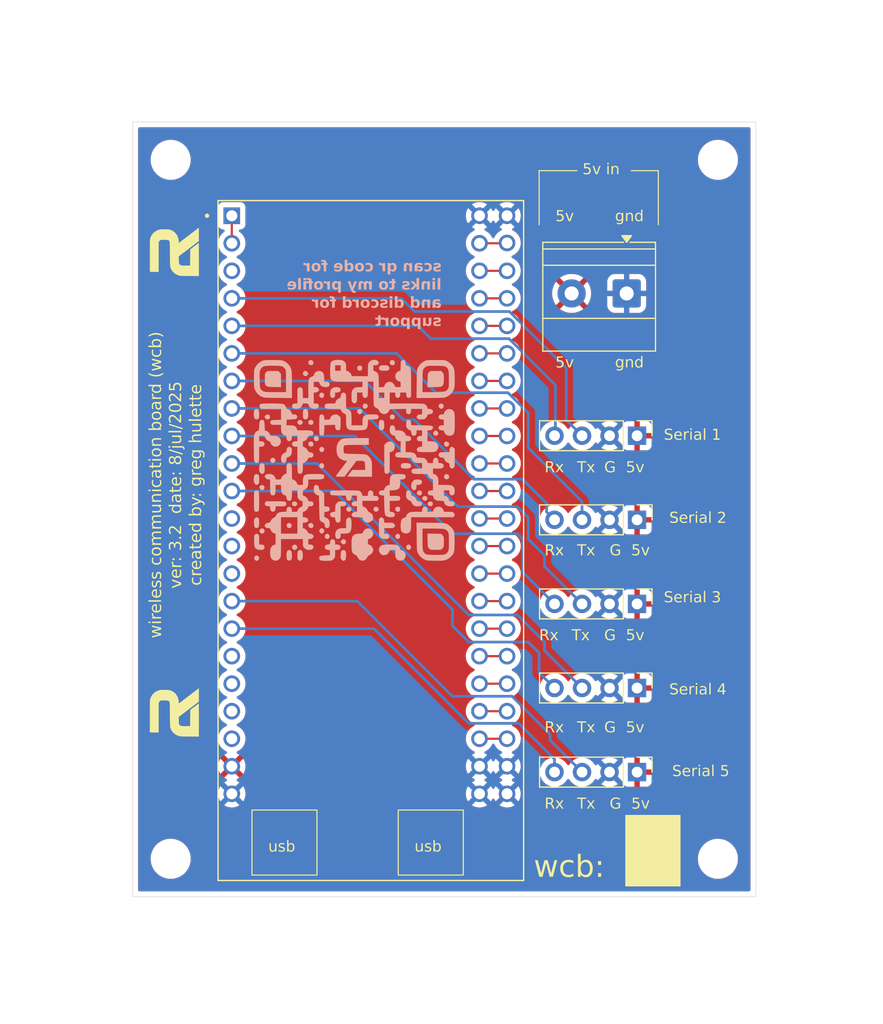
<source format=kicad_pcb>
(kicad_pcb (version 20241229) (generator "pcbnew") (generator_version "9.0")
  (layers (0 "F.Cu" signal) (2 "B.Cu" signal) (13 "F.Paste" user) (15 "B.Paste" user) (5 "F.SilkS" user "F.Silkscreen") (7 "B.SilkS" user "B.Silkscreen") (1 "F.Mask" user) (3 "B.Mask" user) (25 "Edge.Cuts" user))
  (net 0 "")
  (net 1 "S1_TX")
  (net 2 "S1_RX")
  (net 3 "S2_TX")
  (net 4 "S2_RX")
  (net 5 "S3_RX")
  (net 6 "S3_TX")
  (net 7 "S4_RX")
  (net 8 "S4_TX")
  (net 9 "S5_RX")
  (net 10 "S5_TX")
  (net 12 "unconnected-(U1-GPIO21-PadJ3_18)")
  (net 15 "unconnected-(U1-GPIO47-PadJ3_17)")
  (net 16 "unconnected-(U1-MTDO{slash}GPIO40-PadJ3_8)")
  (net 17 "unconnected-(U1-GPIO37-PadJ3_11)")
  (net 18 "unconnected-(U1-MTMS{slash}GPIO42-PadJ3_6)")
  (net 20 "unconnected-(U1-GPIO2-PadJ3_5)")
  (net 21 "unconnected-(U1-U0RXD{slash}GPIO44-PadJ3_3)")
  (net 22 "unconnected-(U1-GPIO48-PadJ3_16)")
  (net 23 "unconnected-(U1-GPIO0-PadJ3_14)")
  (net 24 "unconnected-(U1-GPIO36-PadJ3_12)")
  (net 26 "unconnected-(U1-U0TXD{slash}GPIO43-PadJ3_2)")
  (net 27 "unconnected-(U1-GPIO35-PadJ3_13)")
  (net 29 "unconnected-(U1-MTDI{slash}GPIO41-PadJ3_7)")
  (net 30 "unconnected-(U1-USB_D-{slash}GPIO19-PadJ3_20)")
  (net 31 "unconnected-(U1-GPIO1-PadJ3_4)")
  (net 32 "unconnected-(U1-USB_D+{slash}GPIO20-PadJ3_19)")
  (net 33 "unconnected-(U1-GPIO45-PadJ3_15)")
  (net 35 "unconnected-(U1-MTCK{slash}GPIO39-PadJ3_9)")
  (net 37 "unconnected-(U1-GPIO38-PadJ3_10)")
  (net 38 "GND")
  (net 39 "5V")
  (net 40 "Net-(U1-3V3-PadJ1_1)")
  (footprint "Connector_PinHeader_2.54mm:PinHeader_1x04_P2.54mm_Vertical" (layer "F.Cu") (at 183.04 116 -90)
    (property "Reference" "J5" (hide yes))
    (property "Value" "Serial 5" (hide yes))
    (pad "1" thru_hole rect (at 0 0 270) (size 1.7 1.7) (drill 1) (layers "*.Cu" "*.Mask") (net 39 "5V"))
    (pad "2" thru_hole circle (at 0 2.54 270) (size 1.7 1.7) (drill 1) (layers "*.Cu" "*.Mask") (net 38 "GND"))
    (pad "3" thru_hole circle (at 0 5.08 270) (size 1.7 1.7) (drill 1) (layers "*.Cu" "*.Mask") (net 10 "S5_TX"))
    (pad "4" thru_hole circle (at 0 7.62 270) (size 1.7 1.7) (drill 1) (layers "*.Cu" "*.Mask") (net 9 "S5_RX"))
  )
  (footprint "Connector_PinHeader_2.54mm:PinHeader_1x04_P2.54mm_Vertical" (layer "F.Cu") (at 183.04 92.72 -90)
    (property "Reference" "J2" (hide yes))
    (property "Value" "Serial 2" (hide yes))
    (pad "1" thru_hole rect (at 0 0 270) (size 1.7 1.7) (drill 1) (layers "*.Cu" "*.Mask") (net 39 "5V"))
    (pad "2" thru_hole circle (at 0 2.54 270) (size 1.7 1.7) (drill 1) (layers "*.Cu" "*.Mask") (net 38 "GND"))
    (pad "3" thru_hole circle (at 0 5.08 270) (size 1.7 1.7) (drill 1) (layers "*.Cu" "*.Mask") (net 3 "S2_TX"))
    (pad "4" thru_hole circle (at 0 7.62 270) (size 1.7 1.7) (drill 1) (layers "*.Cu" "*.Mask") (net 4 "S2_RX"))
  )
  (footprint "custom:cus" (layer "F.Cu") (at 140.695061 110.5 90)
    (property "Reference" "G***" (hide yes))
    (property "Value" "LOGO" (hide yes))
  )
  (footprint "TerminalBlock_Phoenix:TerminalBlock_Phoenix_MKDS-1,5-2-5.08_1x02_P5.08mm_Horizontal" (layer "F.Cu") (at 182.08 71.8275 180)
    (property "Reference" "J6" (hide yes))
    (property "Value" "Power" (hide yes))
    (pad "1" thru_hole roundrect (at 0 0 180) (size 2.6 2.6) (drill 1.3) (layers "*.Cu" "*.Mask") (roundrect_rratio 0.096154) (net 38 "GND"))
    (pad "2" thru_hole circle (at 5.08 0 180) (size 2.6 2.6) (drill 1.3) (layers "*.Cu" "*.Mask") (net 39 "5V"))
  )
  (footprint "custom:XCVR_ESP32-S3-DEVKITC-1-N8R2" (layer "F.Cu") (at 157.07 94.63)
    (property "Reference" "U1" (hide yes))
    (property "Value" "ESP32-S3-DEVKITC-1-N8R2" (hide yes))
    (pad "J1_1" thru_hole rect (at -11.43 -29.97) (size 1.53 1.53) (drill 1.02) (layers "*.Cu" "*.Mask") (net 40 "Net-(U1-3V3-PadJ1_1)"))
    (pad "J1_2" thru_hole circle (at -11.43 -27.43) (size 1.53 1.53) (drill 1.02) (layers "*.Cu" "*.Mask") (net 40 "Net-(U1-3V3-PadJ1_1)"))
    (pad "J1_3" thru_hole circle (at -11.43 -24.89) (size 1.53 1.53) (drill 1.02) (layers "*.Cu" "*.Mask"))
    (pad "J1_4" thru_hole circle (at -11.43 -22.35) (size 1.53 1.53) (drill 1.02) (layers "*.Cu" "*.Mask") (net 1 "S1_TX"))
    (pad "J1_5" thru_hole circle (at -11.43 -19.81) (size 1.53 1.53) (drill 1.02) (layers "*.Cu" "*.Mask") (net 2 "S1_RX"))
    (pad "J1_6" thru_hole circle (at -11.43 -17.27) (size 1.53 1.53) (drill 1.02) (layers "*.Cu" "*.Mask") (net 3 "S2_TX"))
    (pad "J1_7" thru_hole circle (at -11.43 -14.73) (size 1.53 1.53) (drill 1.02) (layers "*.Cu" "*.Mask") (net 4 "S2_RX"))
    (pad "J1_8" thru_hole circle (at -11.43 -12.19) (size 1.53 1.53) (drill 1.02) (layers "*.Cu" "*.Mask") (net 6 "S3_TX"))
    (pad "J1_9" thru_hole circle (at -11.43 -9.65) (size 1.53 1.53) (drill 1.02) (layers "*.Cu" "*.Mask") (net 5 "S3_RX"))
    (pad "J1_10" thru_hole circle (at -11.43 -7.11) (size 1.53 1.53) (drill 1.02) (layers "*.Cu" "*.Mask") (net 8 "S4_TX"))
    (pad "J1_11" thru_hole circle (at -11.43 -4.57) (size 1.53 1.53) (drill 1.02) (layers "*.Cu" "*.Mask") (net 7 "S4_RX"))
    (pad "J1_12" thru_hole circle (at -11.43 -2.03) (size 1.53 1.53) (drill 1.02) (layers "*.Cu" "*.Mask"))
    (pad "J1_13" thru_hole circle (at -11.43 0.51) (size 1.53 1.53) (drill 1.02) (layers "*.Cu" "*.Mask"))
    (pad "J1_14" thru_hole circle (at -11.43 3.05) (size 1.53 1.53) (drill 1.02) (layers "*.Cu" "*.Mask"))
    (pad "J1_15" thru_hole circle (at -11.43 5.59) (size 1.53 1.53) (drill 1.02) (layers "*.Cu" "*.Mask") (net 10 "S5_TX"))
    (pad "J1_16" thru_hole circle (at -11.43 8.13) (size 1.53 1.53) (drill 1.02) (layers "*.Cu" "*.Mask") (net 9 "S5_RX"))
    (pad "J1_17" thru_hole circle (at -11.43 10.67) (size 1.53 1.53) (drill 1.02) (layers "*.Cu" "*.Mask"))
    (pad "J1_18" thru_hole circle (at -11.43 13.21) (size 1.53 1.53) (drill 1.02) (layers "*.Cu" "*.Mask"))
    (pad "J1_19" thru_hole circle (at -11.43 15.75) (size 1.53 1.53) (drill 1.02) (layers "*.Cu" "*.Mask"))
    (pad "J1_20" thru_hole circle (at -11.43 18.29) (size 1.53 1.53) (drill 1.02) (layers "*.Cu" "*.Mask"))
    (pad "J1_21" thru_hole circle (at -11.43 20.83) (size 1.53 1.53) (drill 1.02) (layers "*.Cu" "*.Mask") (net 39 "5V"))
    (pad "J1_22" thru_hole circle (at -11.43 23.37) (size 1.53 1.53) (drill 1.02) (layers "*.Cu" "*.Mask") (net 38 "GND"))
    (pad "J3_1" thru_hole circle (at 11.43 -29.97) (size 1.53 1.53) (drill 1.02) (layers "*.Cu" "*.Mask") (net 38 "GND"))
    (pad "J3_1" thru_hole circle (at 13.97 -29.97) (size 1.53 1.53) (drill 1.02) (layers "*.Cu" "*.Mask") (net 38 "GND"))
    (pad "J3_2" thru_hole circle (at 11.43 -27.43) (size 1.53 1.53) (drill 1.02) (layers "*.Cu" "*.Mask") (net 26 "unconnected-(U1-U0TXD{slash}GPIO43-PadJ3_2)"))
    (pad "J3_2" thru_hole circle (at 13.97 -27.46) (size 1.53 1.53) (drill 1.02) (layers "*.Cu" "*.Mask") (net 26 "unconnected-(U1-U0TXD{slash}GPIO43-PadJ3_2)"))
    (pad "J3_3" thru_hole circle (at 11.43 -24.89) (size 1.53 1.53) (drill 1.02) (layers "*.Cu" "*.Mask") (net 21 "unconnected-(U1-U0RXD{slash}GPIO44-PadJ3_3)"))
    (pad "J3_3" thru_hole circle (at 13.97 -24.89) (size 1.53 1.53) (drill 1.02) (layers "*.Cu" "*.Mask") (net 21 "unconnected-(U1-U0RXD{slash}GPIO44-PadJ3_3)"))
    (pad "J3_4" thru_hole circle (at 11.43 -22.35) (size 1.53 1.53) (drill 1.02) (layers "*.Cu" "*.Mask") (net 31 "unconnected-(U1-GPIO1-PadJ3_4)"))
    (pad "J3_4" thru_hole circle (at 13.97 -22.35) (size 1.53 1.53) (drill 1.02) (layers "*.Cu" "*.Mask") (net 31 "unconnected-(U1-GPIO1-PadJ3_4)"))
    (pad "J3_5" thru_hole circle (at 11.43 -19.81) (size 1.53 1.53) (drill 1.02) (layers "*.Cu" "*.Mask") (net 20 "unconnected-(U1-GPIO2-PadJ3_5)"))
    (pad "J3_5" thru_hole circle (at 13.97 -19.81) (size 1.53 1.53) (drill 1.02) (layers "*.Cu" "*.Mask") (net 20 "unconnected-(U1-GPIO2-PadJ3_5)"))
    (pad "J3_6" thru_hole circle (at 11.43 -17.27) (size 1.53 1.53) (drill 1.02) (layers "*.Cu" "*.Mask") (net 18 "unconnected-(U1-MTMS{slash}GPIO42-PadJ3_6)"))
    (pad "J3_6" thru_hole circle (at 13.97 -17.27) (size 1.53 1.53) (drill 1.02) (layers "*.Cu" "*.Mask") (net 18 "unconnected-(U1-MTMS{slash}GPIO42-PadJ3_6)"))
    (pad "J3_7" thru_hole circle (at 11.43 -14.73) (size 1.53 1.53) (drill 1.02) (layers "*.Cu" "*.Mask") (net 29 "unconnected-(U1-MTDI{slash}GPIO41-PadJ3_7)"))
    (pad "J3_7" thru_hole circle (at 13.97 -14.73) (size 1.53 1.53) (drill 1.02) (layers "*.Cu" "*.Mask") (net 29 "unconnected-(U1-MTDI{slash}GPIO41-PadJ3_7)"))
    (pad "J3_8" thru_hole circle (at 11.43 -12.19) (size 1.53 1.53) (drill 1.02) (layers "*.Cu" "*.Mask") (net 16 "unconnected-(U1-MTDO{slash}GPIO40-PadJ3_8)"))
    (pad "J3_8" thru_hole circle (at 13.97 -12.19) (size 1.53 1.53) (drill 1.02) (layers "*.Cu" "*.Mask") (net 16 "unconnected-(U1-MTDO{slash}GPIO40-PadJ3_8)"))
    (pad "J3_9" thru_hole circle (at 11.43 -9.65) (size 1.53 1.53) (drill 1.02) (layers "*.Cu" "*.Mask") (net 35 "unconnected-(U1-MTCK{slash}GPIO39-PadJ3_9)"))
    (pad "J3_9" thru_hole circle (at 13.97 -9.65) (size 1.53 1.53) (drill 1.02) (layers "*.Cu" "*.Mask") (net 35 "unconnected-(U1-MTCK{slash}GPIO39-PadJ3_9)"))
    (pad "J3_10" thru_hole circle (at 11.43 -7.11) (size 1.53 1.53) (drill 1.02) (layers "*.Cu" "*.Mask") (net 37 "unconnected-(U1-GPIO38-PadJ3_10)"))
    (pad "J3_10" thru_hole circle (at 13.97 -7.11) (size 1.53 1.53) (drill 1.02) (layers "*.Cu" "*.Mask") (net 37 "unconnected-(U1-GPIO38-PadJ3_10)"))
    (pad "J3_11" thru_hole circle (at 11.43 -4.57) (size 1.53 1.53) (drill 1.02) (layers "*.Cu" "*.Mask") (net 17 "unconnected-(U1-GPIO37-PadJ3_11)"))
    (pad "J3_11" thru_hole circle (at 13.97 -4.57) (size 1.53 1.53) (drill 1.02) (layers "*.Cu" "*.Mask") (net 17 "unconnected-(U1-GPIO37-PadJ3_11)"))
    (pad "J3_12" thru_hole circle (at 11.43 -2.03) (size 1.53 1.53) (drill 1.02) (layers "*.Cu" "*.Mask") (net 24 "unconnected-(U1-GPIO36-PadJ3_12)"))
    (pad "J3_12" thru_hole circle (at 13.97 -2.03) (size 1.53 1.53) (drill 1.02) (layers "*.Cu" "*.Mask") (net 24 "unconnected-(U1-GPIO36-PadJ3_12)"))
    (pad "J3_13" thru_hole circle (at 11.43 0.51) (size 1.53 1.53) (drill 1.02) (layers "*.Cu" "*.Mask") (net 27 "unconnected-(U1-GPIO35-PadJ3_13)"))
    (pad "J3_13" thru_hole circle (at 13.97 0.51) (size 1.53 1.53) (drill 1.02) (layers "*.Cu" "*.Mask") (net 27 "unconnected-(U1-GPIO35-PadJ3_13)"))
    (pad "J3_14" thru_hole circle (at 11.43 3.05) (size 1.53 1.53) (drill 1.02) (layers "*.Cu" "*.Mask") (net 23 "unconnected-(U1-GPIO0-PadJ3_14)"))
    (pad "J3_14" thru_hole circle (at 13.97 3.05) (size 1.53 1.53) (drill 1.02) (layers "*.Cu" "*.Mask") (net 23 "unconnected-(U1-GPIO0-PadJ3_14)"))
    (pad "J3_15" thru_hole circle (at 11.43 5.59) (size 1.53 1.53) (drill 1.02) (layers "*.Cu" "*.Mask") (net 33 "unconnected-(U1-GPIO45-PadJ3_15)"))
    (pad "J3_15" thru_hole circle (at 13.97 5.59) (size 1.53 1.53) (drill 1.02) (layers "*.Cu" "*.Mask") (net 33 "unconnected-(U1-GPIO45-PadJ3_15)"))
    (pad "J3_16" thru_hole circle (at 11.43 8.13) (size 1.53 1.53) (drill 1.02) (layers "*.Cu" "*.Mask") (net 22 "unconnected-(U1-GPIO48-PadJ3_16)"))
    (pad "J3_16" thru_hole circle (at 13.97 8.13) (size 1.53 1.53) (drill 1.02) (layers "*.Cu" "*.Mask") (net 22 "unconnected-(U1-GPIO48-PadJ3_16)"))
    (pad "J3_17" thru_hole circle (at 11.43 10.67) (size 1.53 1.53) (drill 1.02) (layers "*.Cu" "*.Mask") (net 15 "unconnected-(U1-GPIO47-PadJ3_17)"))
    (pad "J3_17" thru_hole circle (at 13.97 10.67) (size 1.53 1.53) (drill 1.02) (layers "*.Cu" "*.Mask") (net 15 "unconnected-(U1-GPIO47-PadJ3_17)"))
    (pad "J3_18" thru_hole circle (at 11.43 13.21) (size 1.53 1.53) (drill 1.02) (layers "*.Cu" "*.Mask") (net 12 "unconnected-(U1-GPIO21-PadJ3_18)"))
    (pad "J3_18" thru_hole circle (at 13.97 13.21) (size 1.53 1.53) (drill 1.02) (layers "*.Cu" "*.Mask") (net 12 "unconnected-(U1-GPIO21-PadJ3_18)"))
    (pad "J3_19" thru_hole circle (at 11.43 15.75) (size 1.53 1.53) (drill 1.02) (layers "*.Cu" "*.Mask") (net 32 "unconnected-(U1-USB_D+{slash}GPIO20-PadJ3_19)"))
    (pad "J3_19" thru_hole circle (at 13.97 15.75) (size 1.53 1.53) (drill 1.02) (layers "*.Cu" "*.Mask") (net 32 "unconnected-(U1-USB_D+{slash}GPIO20-PadJ3_19)"))
    (pad "J3_20" thru_hole circle (at 11.43 18.29) (size 1.53 1.53) (drill 1.02) (layers "*.Cu" "*.Mask") (net 30 "unconnected-(U1-USB_D-{slash}GPIO19-PadJ3_20)"))
    (pad "J3_20" thru_hole circle (at 13.97 18.29) (size 1.53 1.53) (drill 1.02) (layers "*.Cu" "*.Mask") (net 30 "unconnected-(U1-USB_D-{slash}GPIO19-PadJ3_20)"))
    (pad "J3_21" thru_hole circle (at 11.43 20.83) (size 1.53 1.53) (drill 1.02) (layers "*.Cu" "*.Mask") (net 38 "GND"))
    (pad "J3_21" thru_hole circle (at 13.97 20.83) (size 1.53 1.53) (drill 1.02) (layers "*.Cu" "*.Mask") (net 38 "GND"))
    (pad "J3_22" thru_hole circle (at 11.43 23.37) (size 1.53 1.53) (drill 1.02) (layers "*.Cu" "*.Mask") (net 38 "GND"))
    (pad "J3_22" thru_hole circle (at 13.97 23.37) (size 1.53 1.53) (drill 1.02) (layers "*.Cu" "*.Mask") (net 38 "GND"))
  )
  (footprint "Connector_PinHeader_2.54mm:PinHeader_1x04_P2.54mm_Vertical" (layer "F.Cu") (at 183.04 100.48 -90)
    (property "Reference" "J3" (hide yes))
    (property "Value" "Serial 3" (hide yes))
    (pad "1" thru_hole rect (at 0 0 270) (size 1.7 1.7) (drill 1) (layers "*.Cu" "*.Mask") (net 39 "5V"))
    (pad "2" thru_hole circle (at 0 2.54 270) (size 1.7 1.7) (drill 1) (layers "*.Cu" "*.Mask") (net 38 "GND"))
    (pad "3" thru_hole circle (at 0 5.08 270) (size 1.7 1.7) (drill 1) (layers "*.Cu" "*.Mask") (net 6 "S3_TX"))
    (pad "4" thru_hole circle (at 0 7.62 270) (size 1.7 1.7) (drill 1) (layers "*.Cu" "*.Mask") (net 5 "S3_RX"))
  )
  (footprint "Connector_PinHeader_2.54mm:PinHeader_1x04_P2.54mm_Vertical" (layer "F.Cu") (at 183.04 108.24 -90)
    (property "Reference" "J4" (hide yes))
    (property "Value" "Serial 4" (hide yes))
    (pad "1" thru_hole rect (at 0 0 270) (size 1.7 1.7) (drill 1) (layers "*.Cu" "*.Mask") (net 39 "5V"))
    (pad "2" thru_hole circle (at 0 2.54 270) (size 1.7 1.7) (drill 1) (layers "*.Cu" "*.Mask") (net 38 "GND"))
    (pad "3" thru_hole circle (at 0 5.08 270) (size 1.7 1.7) (drill 1) (layers "*.Cu" "*.Mask") (net 8 "S4_TX"))
    (pad "4" thru_hole circle (at 0 7.62 270) (size 1.7 1.7) (drill 1) (layers "*.Cu" "*.Mask") (net 7 "S4_RX"))
  )
  (footprint "custom:cus" (layer "F.Cu") (at 140.695061 68 90)
    (property "Reference" "G***" (hide yes))
    (property "Value" "LOGO" (hide yes))
  )
  (footprint "Connector_PinHeader_2.54mm:PinHeader_1x04_P2.54mm_Vertical" (layer "F.Cu") (at 183.04 84.96 -90)
    (property "Reference" "J1" (hide yes))
    (property "Value" "Serial 1" (hide yes))
    (pad "1" thru_hole rect (at 0 0 270) (size 1.7 1.7) (drill 1) (layers "*.Cu" "*.Mask") (net 39 "5V"))
    (pad "2" thru_hole circle (at 0 2.54 270) (size 1.7 1.7) (drill 1) (layers "*.Cu" "*.Mask") (net 38 "GND"))
    (pad "3" thru_hole circle (at 0 5.08 270) (size 1.7 1.7) (drill 1) (layers "*.Cu" "*.Mask") (net 1 "S1_TX"))
    (pad "4" thru_hole circle (at 0 7.62 270) (size 1.7 1.7) (drill 1) (layers "*.Cu" "*.Mask") (net 2 "S1_RX"))
  )
  (footprint "MountingHole:MountingHole_3.2mm_M3" (layer "F.Cu") (at 140 59.5)
    (property "Reference" "REF**" (hide yes))
    (property "Value" "MountingHole_3.2mm_M3" (hide yes))
    (pad "" np_thru_hole circle (at 0 0) (size 3.2 3.2) (drill 3.2) (layers "*.Cu" "*.Mask"))
  )
  (footprint "MountingHole:MountingHole_3.2mm_M3" (layer "F.Cu") (at 190.5 59.5)
    (property "Reference" "REF**" (hide yes))
    (property "Value" "MountingHole_3.2mm_M3" (hide yes))
    (pad "" np_thru_hole circle (at 0 0) (size 3.2 3.2) (drill 3.2) (layers "*.Cu" "*.Mask"))
  )
  (footprint "MountingHole:MountingHole_3.2mm_M3" (layer "F.Cu") (at 140 124)
    (property "Reference" "REF**" (hide yes))
    (property "Value" "MountingHole_3.2mm_M3" (hide yes))
    (pad "" np_thru_hole circle (at 0 0) (size 3.2 3.2) (drill 3.2) (layers "*.Cu" "*.Mask"))
  )
  (footprint "MountingHole:MountingHole_3.2mm_M3" (layer "F.Cu") (at 190.5 124)
    (property "Reference" "REF**" (hide yes))
    (property "Value" "MountingHole_3.2mm_M3" (hide yes))
    (pad "" np_thru_hole circle (at 0 0) (size 3.2 3.2) (drill 3.2) (layers "*.Cu" "*.Mask"))
  )
  (footprint "custom:qr-code-20" (layer "B.Cu") (at 156.5 87 180)
    (property "Reference" "G***" (hide yes))
    (property "Value" "LOGO" (hide yes))
  )
  (gr_line (start 185 60.5) (end 182.5 60.5) (stroke (width 0.1)) (layer "F.SilkS"))
  (gr_rect (start 161 119.5) (end 167 125.5) (stroke (width 0.1)) (fill no) (layer "F.SilkS"))
  (gr_line (start 174 60.5) (end 174 65.5) (stroke (width 0.1)) (layer "F.SilkS"))
  (gr_line (start 185 65.5) (end 185 60.5) (stroke (width 0.1)) (layer "F.SilkS"))
  (gr_rect (start 182 120) (end 187 126.5) (stroke (width 0.1)) (fill yes) (layer "F.SilkS"))
  (gr_line (start 177.5 60.5) (end 174 60.5) (stroke (width 0.1)) (layer "F.SilkS"))
  (gr_rect (start 147.5 119.5) (end 153.5 125.5) (stroke (width 0.1)) (fill no) (layer "F.SilkS"))
  (gr_rect (start 136.5 56) (end 194 127.5) (stroke (width 0.05)) (fill no) (layer "Edge.Cuts"))
  (gr_text "Rx" (at 174.5 112.5 0) (layer "F.SilkS") (effects (font (size 1 1) (thickness 0.1)) (justify left bottom)))
  (gr_text "Serial 4" (at 186 109 0) (layer "F.SilkS") (effects (font (size 1 1) (thickness 0.1)) (justify left bottom)))
  (gr_text "usb" (at 149 123.5 0) (layer "F.SilkS") (effects (font (size 1 1) (thickness 0.1)) (justify left bottom)))
  (gr_text "gnd" (at 181 78.8275 0) (layer "F.SilkS") (effects (font (size 1 1) (thickness 0.1)) (justify left bottom)))
  (gr_text "Rx" (at 174.5 88.5 0) (layer "F.SilkS") (effects (font (size 1 1) (thickness 0.1)) (justify left bottom)))
  (gr_text "5v" (at 182 104 0) (layer "F.SilkS") (effects (font (size 1 1) (thickness 0.1)) (justify left bottom)))
  (gr_text "Tx" (at 177 104 0) (layer "F.SilkS") (effects (font (size 1 1) (thickness 0.1)) (justify left bottom)))
  (gr_text "5v in" (at 178 61 0) (layer "F.SilkS") (effects (font (size 1 1) (thickness 0.1)) (justify left bottom)))
  (gr_text "5v" (at 175.5 65.3275 0) (layer "F.SilkS") (effects (font (size 1 1) (thickness 0.1)) (justify left bottom)))
  (gr_text "Serial 5" (at 186.27 116.54 0) (layer "F.SilkS") (effects (font (size 1 1) (thickness 0.1)) (justify left bottom)))
  (gr_text "5v" (at 182 112.5 0) (layer "F.SilkS") (effects (font (size 1 1) (thickness 0.1)) (justify left bottom)))
  (gr_text "Rx" (at 174.5 96.165 0) (layer "F.SilkS") (effects (font (size 1 1) (thickness 0.1)) (justify left bottom)))
  (gr_text "Serial 3" (at 185.5 100.5 0) (layer "F.SilkS") (effects (font (size 1 1) (thickness 0.1)) (justify left bottom)))
  (gr_text "G" (at 180 104 0) (layer "F.SilkS") (effects (font (size 1 1) (thickness 0.1)) (justify left bottom)))
  (gr_text "Serial 2" (at 186 93.165 0) (layer "F.SilkS") (effects (font (size 1 1) (thickness 0.1)) (justify left bottom)))
  (gr_text "G" (at 180 88.5 0) (layer "F.SilkS") (effects (font (size 1 1) (thickness 0.1)) (justify left bottom)))
  (gr_text "gnd" (at 181 65.3275 0) (layer "F.SilkS") (effects (font (size 1 1) (thickness 0.1)) (justify left bottom)))
  (gr_text "Tx" (at 177.5 88.5 0) (layer "F.SilkS") (effects (font (size 1 1) (thickness 0.1)) (justify left bottom)))
  (gr_text "wireless communication board (wcb)\nver: 3.2  date: 8/jul/2025\ncreated by: greg hulette" (at 143 89.5 90) (layer "F.SilkS") (effects (font (size 1.1 1.1) (thickness 0.1)) (justify bottom)))
  (gr_text "usb" (at 162.5 123.5 0) (layer "F.SilkS") (effects (font (size 1 1) (thickness 0.1)) (justify left bottom)))
  (gr_text "G" (at 180.5 96.165 0) (layer "F.SilkS") (effects (font (size 1 1) (thickness 0.1)) (justify left bottom)))
  (gr_text "Serial 1" (at 185.5 85.5 0) (layer "F.SilkS") (effects (font (size 1 1) (thickness 0.1)) (justify left bottom)))
  (gr_text "Rx" (at 174 104 0) (layer "F.SilkS") (effects (font (size 1 1) (thickness 0.1)) (justify left bottom)))
  (gr_text "5v" (at 175.5 78.8275 0) (layer "F.SilkS") (effects (font (size 1 1) (thickness 0.1)) (justify left bottom)))
  (gr_text "G" (at 180.5 119.54 0) (layer "F.SilkS") (effects (font (size 1 1) (thickness 0.1)) (justify left bottom)))
  (gr_text "5v" (at 182 88.5 0) (layer "F.SilkS") (effects (font (size 1 1) (thickness 0.1)) (justify left bottom)))
  (gr_text "5v" (at 182.5 96.165 0) (layer "F.SilkS") (effects (font (size 1 1) (thickness 0.1)) (justify left bottom)))
  (gr_text "5v" (at 182.5 119.54 0) (layer "F.SilkS") (effects (font (size 1 1) (thickness 0.1)) (justify left bottom)))
  (gr_text "Tx" (at 177.5 96.165 0) (layer "F.SilkS") (effects (font (size 1 1) (thickness 0.1)) (justify left bottom)))
  (gr_text "Tx" (at 177.5 119.54 0) (layer "F.SilkS") (effects (font (size 1 1) (thickness 0.1)) (justify left bottom)))
  (gr_text "Rx" (at 174.5 119.54 0) (layer "F.SilkS") (effects (font (size 1 1) (thickness 0.1)) (justify left bottom)))
  (gr_text "G" (at 180 112.5 0) (layer "F.SilkS") (effects (font (size 1 1) (thickness 0.1)) (justify left bottom)))
  (gr_text "wcb:" (at 173.5 126 0) (layer "F.SilkS") (effects (font (size 2 2) (thickness 0.1)) (justify left bottom)))
  (gr_text "Tx" (at 177.5 112.5 0) (layer "F.SilkS") (effects (font (size 1 1) (thickness 0.1)) (justify left bottom)))
  (gr_text "scan qr code for \nlinks to my profile \nand discord for \nsupport" (at 165 75 0) (layer "B.SilkS") (effects (font (size 1 1) (thickness 0.25) (bold yes)) (justify left bottom mirror)))
  (segment (start 171.262907 73.5) (end 162.5 73.5) (width 0.25) (layer "B.Cu") (net 1))
  (segment (start 176.5 83.5) (end 176.5 78.737093) (width 0.25) (layer "B.Cu") (net 1))
  (segment (start 161.28 72.28) (end 145.64 72.28) (width 0.25) (layer "B.Cu") (net 1))
  (segment (start 162.5 73.5) (end 161.28 72.28) (width 0.25) (layer "B.Cu") (net 1))
  (segment (start 177.96 84.96) (end 176.5 83.5) (width 0.25) (layer "B.Cu") (net 1))
  (segment (start 176.5 78.737093) (end 171.262907 73.5) (width 0.25) (layer "B.Cu") (net 1))
  (segment (start 164 76) (end 162.82 74.82) (width 0.25) (layer "B.Cu") (net 2))
  (segment (start 175.5 80.277093) (end 171.222907 76) (width 0.25) (layer "B.Cu") (net 2))
  (segment (start 175.42 84.96) (end 175.5 84.88) (width 0.25) (layer "B.Cu") (net 2))
  (segment (start 175.5 84.88) (end 175.5 80.277093) (width 0.25) (layer "B.Cu") (net 2))
  (segment (start 171.222907 76) (end 164 76) (width 0.25) (layer "B.Cu") (net 2))
  (segment (start 162.82 74.82) (end 145.64 74.82) (width 0.25) (layer "B.Cu") (net 2))
  (segment (start 177.96 91.04) (end 173 86.08) (width 0.25) (layer "B.Cu") (net 3))
  (segment (start 171.133907 80.991) (end 164.491 80.991) (width 0.25) (layer "B.Cu") (net 3))
  (segment (start 164.491 80.991) (end 160.86 77.36) (width 0.25) (layer "B.Cu") (net 3))
  (segment (start 173 82.857093) (end 171.133907 80.991) (width 0.25) (layer "B.Cu") (net 3))
  (segment (start 160.86 77.36) (end 145.64 77.36) (width 0.25) (layer "B.Cu") (net 3))
  (segment (start 173 86.08) (end 173 82.857093) (width 0.25) (layer "B.Cu") (net 3))
  (segment (start 177.96 92.72) (end 177.96 91.04) (width 0.25) (layer "B.Cu") (net 3))
  (segment (start 172.469 88.969) (end 167.969 88.969) (width 0.25) (layer "B.Cu") (net 4))
  (segment (start 157.9 79.9) (end 161.5 83.5) (width 0.25) (layer "B.Cu") (net 4))
  (segment (start 174.69 91.99) (end 174.69 91.19) (width 0.25) (layer "B.Cu") (net 4))
  (segment (start 174.69 91.19) (end 172.469 88.969) (width 0.25) (layer "B.Cu") (net 4))
  (segment (start 167.969 88.969) (end 162.5 83.5) (width 0.25) (layer "B.Cu") (net 4))
  (segment (start 175.42 92.72) (end 174.69 91.99) (width 0.25) (layer "B.Cu") (net 4))
  (segment (start 162.5 83.5) (end 161.5 83.5) (width 0.25) (layer "B.Cu") (net 4))
  (segment (start 145.64 79.9) (end 157.9 79.9) (width 0.25) (layer "B.Cu") (net 4))
  (segment (start 172.5 94.5) (end 172.5 97.56) (width 0.25) (layer "B.Cu") (net 5))
  (segment (start 172.5 97.56) (end 175.42 100.48) (width 0.25) (layer "B.Cu") (net 5))
  (segment (start 172 94) (end 172.5 94.5) (width 0.25) (layer "B.Cu") (net 5))
  (segment (start 145.64 84.98) (end 156.98 84.98) (width 0.25) (layer "B.Cu") (net 5))
  (segment (start 156.98 84.98) (end 166 94) (width 0.25) (layer "B.Cu") (net 5))
  (segment (start 166 94) (end 172 94) (width 0.25) (layer "B.Cu") (net 5))
  (segment (start 173 92.5) (end 173 94.5) (width 0.25) (layer "B.Cu") (net 6))
  (segment (start 173 94.5) (end 174.5 96) (width 0.25) (layer "B.Cu") (net 6))
  (segment (start 166.5 91.5) (end 172 91.5) (width 0.25) (layer "B.Cu") (net 6))
  (segment (start 172 91.5) (end 173 92.5) (width 0.25) (layer "B.Cu") (net 6))
  (segment (start 174.5 97.02) (end 177.96 100.48) (width 0.25) (layer "B.Cu") (net 6))
  (segment (start 174.5 96) (end 174.5 97.02) (width 0.25) (layer "B.Cu") (net 6))
  (segment (start 157.44 82.44) (end 166.5 91.5) (width 0.25) (layer "B.Cu") (net 6))
  (segment (start 145.64 82.44) (end 157.44 82.44) (width 0.25) (layer "B.Cu") (net 6))
  (segment (start 166 101) (end 166 102.5) (width 0.25) (layer "B.Cu") (net 7))
  (segment (start 173 104) (end 174 105) (width 0.25) (layer "B.Cu") (net 7))
  (segment (start 174 106.82) (end 175.42 108.24) (width 0.25) (layer "B.Cu") (net 7))
  (segment (start 167.5 104) (end 173 104) (width 0.25) (layer "B.Cu") (net 7))
  (segment (start 155.06 90.06) (end 166 101) (width 0.25) (layer "B.Cu") (net 7))
  (segment (start 174 105) (end 174 106.82) (width 0.25) (layer "B.Cu") (net 7))
  (segment (start 166 102.5) (end 167.5 104) (width 0.25) (layer "B.Cu") (net 7))
  (segment (start 145.64 90.06) (end 155.06 90.06) (width 0.25) (layer "B.Cu") (net 7))
  (segment (start 172 101.5) (end 174.5 104) (width 0.25) (layer "B.Cu") (net 8))
  (segment (start 167.5 101.5) (end 172 101.5) (width 0.25) (layer "B.Cu") (net 8))
  (segment (start 174.5 104.78) (end 177.96 108.24) (width 0.25) (layer "B.Cu") (net 8))
  (segment (start 145.64 87.52) (end 153.52 87.52) (width 0.25) (layer "B.Cu") (net 8))
  (segment (start 174.5 104) (end 174.5 104.78) (width 0.25) (layer "B.Cu") (net 8))
  (segment (start 153.52 87.52) (end 167.5 101.5) (width 0.25) (layer "B.Cu") (net 8))
  (segment (start 175.42 114.797919) (end 175.42 116) (width 0.25) (layer "B.Cu") (net 9))
  (segment (start 167.5 111.5) (end 172.122081 111.5) (width 0.25) (layer "B.Cu") (net 9))
  (segment (start 145.64 102.76) (end 158.76 102.76) (width 0.25) (layer "B.Cu") (net 9))
  (segment (start 158.76 102.76) (end 167.5 111.5) (width 0.25) (layer "B.Cu") (net 9))
  (segment (start 174.96 115.46) (end 174.96 116) (width 0.25) (layer "B.Cu") (net 9))
  (segment (start 172.122081 111.5) (end 175.42 114.797919) (width 0.25) (layer "B.Cu") (net 9))
  (segment (start 175 112.5) (end 175 113.04) (width 0.25) (layer "B.Cu") (net 10))
  (segment (start 175 113.04) (end 177.96 116) (width 0.25) (layer "B.Cu") (net 10))
  (segment (start 171.5 109) (end 175 112.5) (width 0.25) (layer "B.Cu") (net 10))
  (segment (start 166 109) (end 171.5 109) (width 0.25) (layer "B.Cu") (net 10))
  (segment (start 145.64 100.22) (end 157.22 100.22) (width 0.25) (layer "B.Cu") (net 10))
  (segment (start 157.22 100.22) (end 166 109) (width 0.25) (layer "B.Cu") (net 10))
  (segment (start 168.5 107.84) (end 171.04 107.84) (width 0.2) (layer "F.Cu") (net 12))
  (segment (start 168.5 105.3) (end 171.04 105.3) (width 0.2) (layer "F.Cu") (net 15))
  (segment (start 168.5 82.44) (end 171.04 82.44) (width 0.2) (layer "F.Cu") (net 16))
  (segment (start 171.04 90.06) (end 168.5 90.06) (width 0.2) (layer "F.Cu") (net 17))
  (segment (start 168.5 77.36) (end 171.04 77.36) (width 0.2) (layer "F.Cu") (net 18))
  (segment (start 168.5 74.82) (end 171.04 74.82) (width 0.2) (layer "F.Cu") (net 20))
  (segment (start 168.5 69.74) (end 171.04 69.74) (width 0.2) (layer "F.Cu") (net 21))
  (segment (start 168.5 102.76) (end 171.04 102.76) (width 0.2) (layer "F.Cu") (net 22))
  (segment (start 168.5 97.68) (end 171.04 97.68) (width 0.2) (layer "F.Cu") (net 23))
  (segment (start 168.5 92.6) (end 171.04 92.6) (width 0.2) (layer "F.Cu") (net 24))
  (segment (start 171.01 67.2) (end 171.04 67.17) (width 0.2) (layer "F.Cu") (net 26))
  (segment (start 168.5 67.2) (end 171.01 67.2) (width 0.2) (layer "F.Cu") (net 26))
  (segment (start 168.5 95.14) (end 171.04 95.14) (width 0.2) (layer "F.Cu") (net 27))
  (segment (start 168.5 79.9) (end 171.04 79.9) (width 0.2) (layer "F.Cu") (net 29))
  (segment (start 168.5 112.92) (end 171.04 112.92) (width 0.2) (layer "F.Cu") (net 30))
  (segment (start 168.5 72.28) (end 171.04 72.28) (width 0.2) (layer "F.Cu") (net 31))
  (segment (start 168.5 110.38) (end 171.04 110.38) (width 0.2) (layer "F.Cu") (net 32))
  (segment (start 168.5 100.22) (end 171.04 100.22) (width 0.2) (layer "F.Cu") (net 33))
  (segment (start 168.5 84.98) (end 171.04 84.98) (width 0.2) (layer "F.Cu") (net 35))
  (segment (start 168.5 87.52) (end 171.04 87.52) (width 0.2) (layer "F.Cu") (net 37))
  (segment (start 145.64 64.66) (end 145.64 67.2) (width 0.2) (layer "F.Cu") (net 40))
  (zone (net 39) (net_name "5V") (layer "F.Cu") (priority 1) (connect_pads (clearance 0.5)) (min_thickness 0.25) (fill yes (thermal_gap 0.5) (thermal_bridge_width 0.5))
    (polygon (pts (xy 135.5 55) (xy 195 55) (xy 195 128.5) (xy 135.5 128.5)))
  )
  (zone (net 38) (net_name "GND") (layer "B.Cu") (connect_pads (clearance 0.5)) (min_thickness 0.25) (fill yes (thermal_gap 0.5) (thermal_bridge_width 0.5))
    (polygon (pts (xy 166 54.5) (xy 195.5 54.5) (xy 196 129.5) (xy 134.5 129.5) (xy 134.5 54.5)))
  )
)
</source>
